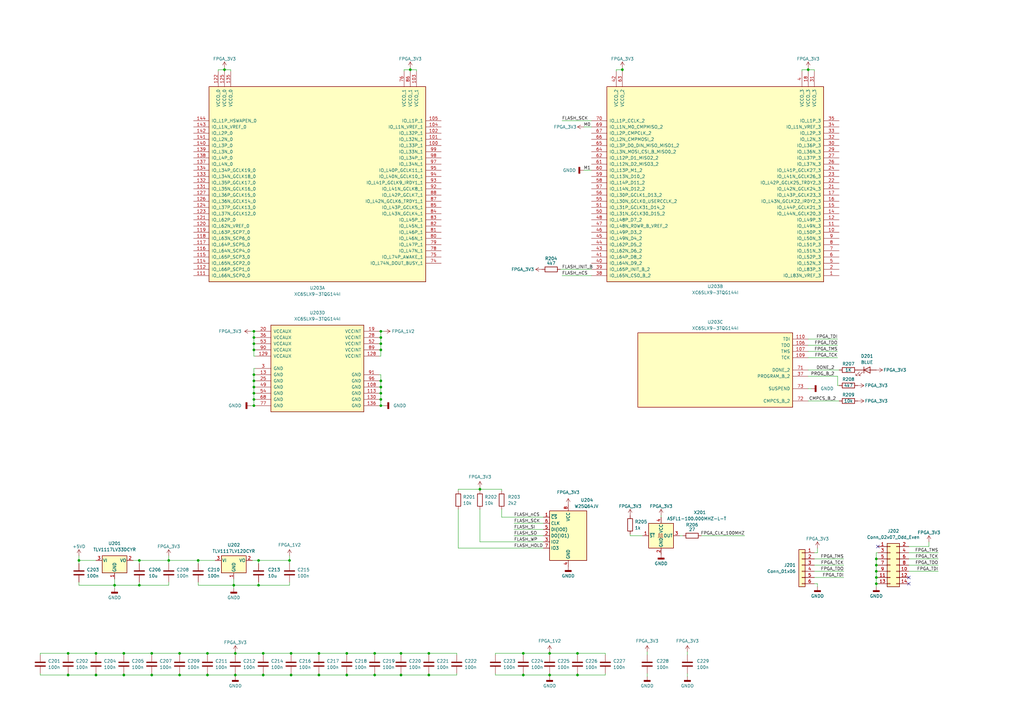
<source format=kicad_sch>
(kicad_sch (version 20230121) (generator eeschema)
  (paper "A3")
  (junction (at 156.21 156.21))
  (junction (at 104.14 143.51))
  (junction (at 153.67 276.86))
  (junction (at 73.66 267.97))
  (junction (at 156.21 161.29))
  (junction (at 95.885 240.03))
  (junction (at 236.855 267.97))
  (junction (at 255.27 28.575))
  (junction (at 196.85 200.66))
  (junction (at 119.38 267.97))
  (junction (at 359.41 234.315))
  (junction (at 107.95 267.97))
  (junction (at 164.465 267.97))
  (junction (at 359.41 239.395))
  (junction (at 50.8 276.86))
  (junction (at 104.14 166.37))
  (junction (at 225.425 267.97))
  (junction (at 27.94 276.86))
  (junction (at 236.855 276.86))
  (junction (at 69.215 229.87))
  (junction (at 50.8 267.97))
  (junction (at 107.95 276.86))
  (junction (at 57.15 240.03))
  (junction (at 359.41 236.855))
  (junction (at 130.81 267.97))
  (junction (at 175.895 276.86))
  (junction (at 39.37 267.97))
  (junction (at 156.21 138.43))
  (junction (at 39.37 276.86))
  (junction (at 96.52 276.86))
  (junction (at 142.24 267.97))
  (junction (at 225.425 276.86))
  (junction (at 62.23 267.97))
  (junction (at 214.63 267.97))
  (junction (at 359.41 231.775))
  (junction (at 130.81 276.86))
  (junction (at 104.14 158.75))
  (junction (at 142.24 276.86))
  (junction (at 104.14 135.89))
  (junction (at 156.21 143.51))
  (junction (at 104.14 163.83))
  (junction (at 119.38 276.86))
  (junction (at 359.41 229.235))
  (junction (at 85.09 276.86))
  (junction (at 104.14 156.21))
  (junction (at 57.15 229.87))
  (junction (at 85.09 267.97))
  (junction (at 156.21 166.37))
  (junction (at 168.275 28.575))
  (junction (at 156.21 140.97))
  (junction (at 73.66 276.86))
  (junction (at 156.21 135.89))
  (junction (at 156.21 163.83))
  (junction (at 62.23 276.86))
  (junction (at 104.14 140.97))
  (junction (at 104.14 138.43))
  (junction (at 175.895 267.97))
  (junction (at 164.465 276.86))
  (junction (at 104.14 161.29))
  (junction (at 104.14 153.67))
  (junction (at 156.21 158.75))
  (junction (at 27.94 267.97))
  (junction (at 106.045 229.87))
  (junction (at 106.045 240.03))
  (junction (at 32.385 229.87))
  (junction (at 153.67 267.97))
  (junction (at 92.075 28.575))
  (junction (at 214.63 276.86))
  (junction (at 46.99 240.03))
  (junction (at 118.745 229.87))
  (junction (at 81.28 229.87))
  (junction (at 96.52 267.97))
  (junction (at 331.47 28.575))
  (no_connect (at 360.045 224.155))
  (no_connect (at 372.745 239.395))
  (no_connect (at 372.745 236.855))
  (wire (pts (xy 271.145 211.455) (xy 271.145 212.09)))
  (wire (pts (xy 107.95 276.225) (xy 107.95 276.86)))
  (wire (pts (xy 331.47 164.465) (xy 344.17 164.465)))
  (wire (pts (xy 50.8 267.97) (xy 62.23 267.97)))
  (wire (pts (xy 73.66 276.86) (xy 85.09 276.86)))
  (wire (pts (xy 359.41 231.775) (xy 359.41 234.315)))
  (wire (pts (xy 156.21 153.67) (xy 155.575 153.67)))
  (wire (pts (xy 287.655 219.71) (xy 305.435 219.71)))
  (wire (pts (xy 73.66 268.605) (xy 73.66 267.97)))
  (wire (pts (xy 119.38 276.86) (xy 130.81 276.86)))
  (wire (pts (xy 156.21 158.75) (xy 156.21 156.21)))
  (wire (pts (xy 104.14 146.05) (xy 104.14 143.51)))
  (wire (pts (xy 104.14 158.75) (xy 104.775 158.75)))
  (wire (pts (xy 281.94 267.335) (xy 281.94 268.605)))
  (wire (pts (xy 164.465 268.605) (xy 164.465 267.97)))
  (wire (pts (xy 343.535 154.305) (xy 331.47 154.305)))
  (wire (pts (xy 155.575 166.37) (xy 156.21 166.37)))
  (wire (pts (xy 196.85 222.25) (xy 196.85 208.915)))
  (wire (pts (xy 335.28 239.395) (xy 335.28 240.665)))
  (wire (pts (xy 359.41 236.855) (xy 360.045 236.855)))
  (wire (pts (xy 168.275 27.94) (xy 168.275 28.575)))
  (wire (pts (xy 104.14 156.21) (xy 104.775 156.21)))
  (wire (pts (xy 96.52 267.335) (xy 96.52 267.97)))
  (wire (pts (xy 381 224.155) (xy 381 222.25)))
  (wire (pts (xy 96.52 276.86) (xy 96.52 277.495)))
  (wire (pts (xy 359.41 239.395) (xy 360.045 239.395)))
  (wire (pts (xy 106.045 229.87) (xy 106.045 231.14)))
  (wire (pts (xy 331.47 144.145) (xy 343.535 144.145)))
  (wire (pts (xy 225.425 276.225) (xy 225.425 276.86)))
  (wire (pts (xy 102.87 166.37) (xy 104.14 166.37)))
  (wire (pts (xy 225.425 267.335) (xy 225.425 267.97)))
  (wire (pts (xy 156.21 140.97) (xy 156.21 138.43)))
  (wire (pts (xy 85.09 268.605) (xy 85.09 267.97)))
  (wire (pts (xy 156.21 140.97) (xy 155.575 140.97)))
  (wire (pts (xy 130.81 276.86) (xy 142.24 276.86)))
  (wire (pts (xy 236.855 267.97) (xy 225.425 267.97)))
  (wire (pts (xy 372.745 234.315) (xy 384.81 234.315)))
  (wire (pts (xy 156.21 156.21) (xy 156.21 153.67)))
  (wire (pts (xy 168.275 28.575) (xy 170.815 28.575)))
  (wire (pts (xy 104.14 161.29) (xy 104.775 161.29)))
  (wire (pts (xy 205.74 212.09) (xy 205.74 208.915)))
  (wire (pts (xy 81.28 229.87) (xy 81.28 231.14)))
  (wire (pts (xy 229.87 110.49) (xy 242.57 110.49)))
  (wire (pts (xy 225.425 267.97) (xy 225.425 268.605)))
  (wire (pts (xy 62.23 276.225) (xy 62.23 276.86)))
  (wire (pts (xy 168.275 28.575) (xy 168.275 29.21)))
  (wire (pts (xy 104.14 143.51) (xy 104.14 140.97)))
  (wire (pts (xy 239.395 69.85) (xy 242.57 69.85)))
  (wire (pts (xy 119.38 276.225) (xy 119.38 276.86)))
  (wire (pts (xy 106.045 240.03) (xy 118.745 240.03)))
  (wire (pts (xy 331.47 28.575) (xy 331.47 29.21)))
  (wire (pts (xy 89.535 29.21) (xy 89.535 28.575)))
  (wire (pts (xy 96.52 276.225) (xy 96.52 276.86)))
  (wire (pts (xy 104.775 146.05) (xy 104.14 146.05)))
  (wire (pts (xy 359.41 234.315) (xy 360.045 234.315)))
  (wire (pts (xy 331.47 151.765) (xy 344.17 151.765)))
  (wire (pts (xy 331.47 28.575) (xy 334.01 28.575)))
  (wire (pts (xy 248.285 268.605) (xy 248.285 267.97)))
  (wire (pts (xy 360.045 226.695) (xy 359.41 226.695)))
  (wire (pts (xy 164.465 276.225) (xy 164.465 276.86)))
  (wire (pts (xy 104.14 140.97) (xy 104.775 140.97)))
  (wire (pts (xy 214.63 267.97) (xy 203.2 267.97)))
  (wire (pts (xy 242.57 49.53) (xy 230.505 49.53)))
  (wire (pts (xy 210.82 217.17) (xy 222.885 217.17)))
  (wire (pts (xy 230.505 113.03) (xy 242.57 113.03)))
  (wire (pts (xy 165.735 28.575) (xy 168.275 28.575)))
  (wire (pts (xy 62.23 276.86) (xy 73.66 276.86)))
  (wire (pts (xy 156.21 163.83) (xy 155.575 163.83)))
  (wire (pts (xy 104.14 163.83) (xy 104.14 161.29)))
  (wire (pts (xy 153.67 268.605) (xy 153.67 267.97)))
  (wire (pts (xy 331.47 141.605) (xy 343.535 141.605)))
  (wire (pts (xy 104.14 166.37) (xy 104.14 163.83)))
  (wire (pts (xy 119.38 267.97) (xy 130.81 267.97)))
  (wire (pts (xy 27.94 276.86) (xy 39.37 276.86)))
  (wire (pts (xy 372.745 224.155) (xy 381 224.155)))
  (wire (pts (xy 107.95 276.86) (xy 119.38 276.86)))
  (wire (pts (xy 50.8 268.605) (xy 50.8 267.97)))
  (wire (pts (xy 88.265 229.87) (xy 81.28 229.87)))
  (wire (pts (xy 32.385 229.87) (xy 32.385 227.965)))
  (wire (pts (xy 170.815 28.575) (xy 170.815 29.21)))
  (wire (pts (xy 95.885 240.03) (xy 81.28 240.03)))
  (wire (pts (xy 85.09 267.97) (xy 96.52 267.97)))
  (wire (pts (xy 69.215 229.87) (xy 69.215 231.14)))
  (wire (pts (xy 118.745 227.965) (xy 118.745 229.87)))
  (wire (pts (xy 130.81 268.605) (xy 130.81 267.97)))
  (wire (pts (xy 255.27 27.94) (xy 255.27 28.575)))
  (wire (pts (xy 175.895 267.97) (xy 187.325 267.97)))
  (wire (pts (xy 73.66 267.97) (xy 85.09 267.97)))
  (wire (pts (xy 343.535 158.115) (xy 344.17 158.115)))
  (wire (pts (xy 156.21 143.51) (xy 155.575 143.51)))
  (wire (pts (xy 104.14 158.75) (xy 104.14 156.21)))
  (wire (pts (xy 119.38 268.605) (xy 119.38 267.97)))
  (wire (pts (xy 104.14 153.67) (xy 104.14 151.13)))
  (wire (pts (xy 331.47 27.94) (xy 331.47 28.575)))
  (wire (pts (xy 16.51 276.86) (xy 27.94 276.86)))
  (wire (pts (xy 156.21 161.29) (xy 156.21 158.75)))
  (wire (pts (xy 104.14 161.29) (xy 104.14 158.75)))
  (wire (pts (xy 203.2 267.97) (xy 203.2 268.605)))
  (wire (pts (xy 203.2 276.225) (xy 203.2 276.86)))
  (wire (pts (xy 372.745 229.235) (xy 384.81 229.235)))
  (wire (pts (xy 104.14 138.43) (xy 104.14 135.89)))
  (wire (pts (xy 334.01 231.775) (xy 346.075 231.775)))
  (wire (pts (xy 236.855 276.225) (xy 236.855 276.86)))
  (wire (pts (xy 107.95 267.97) (xy 119.38 267.97)))
  (wire (pts (xy 205.74 212.09) (xy 222.885 212.09)))
  (wire (pts (xy 372.745 226.695) (xy 384.81 226.695)))
  (wire (pts (xy 46.99 237.49) (xy 46.99 240.03)))
  (wire (pts (xy 39.37 267.97) (xy 50.8 267.97)))
  (wire (pts (xy 175.895 276.225) (xy 175.895 276.86)))
  (wire (pts (xy 225.425 267.97) (xy 214.63 267.97)))
  (wire (pts (xy 334.01 234.315) (xy 346.075 234.315)))
  (wire (pts (xy 118.745 238.76) (xy 118.745 240.03)))
  (wire (pts (xy 334.01 229.235) (xy 346.075 229.235)))
  (wire (pts (xy 104.14 140.97) (xy 104.14 138.43)))
  (wire (pts (xy 39.37 276.225) (xy 39.37 276.86)))
  (wire (pts (xy 104.14 135.89) (xy 104.775 135.89)))
  (wire (pts (xy 69.215 238.76) (xy 69.215 240.03)))
  (wire (pts (xy 187.325 276.86) (xy 187.325 276.225)))
  (wire (pts (xy 239.395 52.07) (xy 242.57 52.07)))
  (wire (pts (xy 27.94 268.605) (xy 27.94 267.97)))
  (wire (pts (xy 32.385 240.03) (xy 32.385 238.76)))
  (wire (pts (xy 104.14 163.83) (xy 104.775 163.83)))
  (wire (pts (xy 73.66 276.225) (xy 73.66 276.86)))
  (wire (pts (xy 92.075 27.94) (xy 92.075 28.575)))
  (wire (pts (xy 95.885 237.49) (xy 95.885 240.03)))
  (wire (pts (xy 92.075 28.575) (xy 92.075 29.21)))
  (wire (pts (xy 57.15 229.87) (xy 69.215 229.87)))
  (wire (pts (xy 62.23 267.97) (xy 73.66 267.97)))
  (wire (pts (xy 372.745 231.775) (xy 384.81 231.775)))
  (wire (pts (xy 39.37 229.87) (xy 32.385 229.87)))
  (wire (pts (xy 103.505 229.87) (xy 106.045 229.87)))
  (wire (pts (xy 196.85 200.025) (xy 196.85 200.66)))
  (wire (pts (xy 157.48 135.89) (xy 156.21 135.89)))
  (wire (pts (xy 102.87 135.89) (xy 104.14 135.89)))
  (wire (pts (xy 156.21 138.43) (xy 155.575 138.43)))
  (wire (pts (xy 156.21 146.05) (xy 156.21 143.51)))
  (wire (pts (xy 210.82 214.63) (xy 222.885 214.63)))
  (wire (pts (xy 94.615 28.575) (xy 94.615 29.21)))
  (wire (pts (xy 214.63 267.97) (xy 214.63 268.605)))
  (wire (pts (xy 156.21 156.21) (xy 155.575 156.21)))
  (wire (pts (xy 57.15 238.76) (xy 57.15 240.03)))
  (wire (pts (xy 255.27 28.575) (xy 255.27 29.21)))
  (wire (pts (xy 164.465 267.97) (xy 175.895 267.97)))
  (wire (pts (xy 359.41 229.235) (xy 359.41 231.775)))
  (wire (pts (xy 334.01 236.855) (xy 346.075 236.855)))
  (wire (pts (xy 252.73 29.21) (xy 252.73 28.575)))
  (wire (pts (xy 27.94 267.97) (xy 39.37 267.97)))
  (wire (pts (xy 210.82 219.71) (xy 222.885 219.71)))
  (wire (pts (xy 225.425 276.86) (xy 236.855 276.86)))
  (wire (pts (xy 205.74 200.66) (xy 196.85 200.66)))
  (wire (pts (xy 225.425 276.86) (xy 225.425 277.495)))
  (wire (pts (xy 205.74 201.295) (xy 205.74 200.66)))
  (wire (pts (xy 156.21 161.29) (xy 155.575 161.29)))
  (wire (pts (xy 155.575 146.05) (xy 156.21 146.05)))
  (wire (pts (xy 96.52 268.605) (xy 96.52 267.97)))
  (wire (pts (xy 96.52 267.97) (xy 107.95 267.97)))
  (wire (pts (xy 95.885 240.03) (xy 95.885 241.3)))
  (wire (pts (xy 104.775 166.37) (xy 104.14 166.37)))
  (wire (pts (xy 69.215 227.965) (xy 69.215 229.87)))
  (wire (pts (xy 104.14 143.51) (xy 104.775 143.51)))
  (wire (pts (xy 265.43 267.335) (xy 265.43 268.605)))
  (wire (pts (xy 16.51 276.225) (xy 16.51 276.86)))
  (wire (pts (xy 281.94 276.225) (xy 281.94 277.495)))
  (wire (pts (xy 187.96 224.79) (xy 187.96 208.915)))
  (wire (pts (xy 118.745 229.87) (xy 118.745 231.14)))
  (wire (pts (xy 16.51 268.605) (xy 16.51 267.97)))
  (wire (pts (xy 236.855 267.97) (xy 236.855 268.605)))
  (wire (pts (xy 175.895 268.605) (xy 175.895 267.97)))
  (wire (pts (xy 46.99 240.03) (xy 57.15 240.03)))
  (wire (pts (xy 153.67 276.86) (xy 164.465 276.86)))
  (wire (pts (xy 164.465 276.86) (xy 175.895 276.86)))
  (wire (pts (xy 187.96 200.66) (xy 196.85 200.66)))
  (wire (pts (xy 156.21 166.37) (xy 156.21 163.83)))
  (wire (pts (xy 265.43 276.225) (xy 265.43 277.495)))
  (wire (pts (xy 278.765 219.71) (xy 280.035 219.71)))
  (wire (pts (xy 46.99 240.03) (xy 46.99 241.3)))
  (wire (pts (xy 85.09 276.225) (xy 85.09 276.86)))
  (wire (pts (xy 85.09 276.86) (xy 96.52 276.86)))
  (wire (pts (xy 248.285 267.97) (xy 236.855 267.97)))
  (wire (pts (xy 331.47 146.685) (xy 343.535 146.685)))
  (wire (pts (xy 187.96 224.79) (xy 222.885 224.79)))
  (wire (pts (xy 16.51 267.97) (xy 27.94 267.97)))
  (wire (pts (xy 328.93 29.21) (xy 328.93 28.575)))
  (wire (pts (xy 335.28 226.695) (xy 335.28 224.79)))
  (wire (pts (xy 106.045 229.87) (xy 118.745 229.87)))
  (wire (pts (xy 359.41 226.695) (xy 359.41 229.235)))
  (wire (pts (xy 32.385 231.14) (xy 32.385 229.87)))
  (wire (pts (xy 196.85 200.66) (xy 196.85 201.295)))
  (wire (pts (xy 130.81 267.97) (xy 142.24 267.97)))
  (wire (pts (xy 27.94 276.225) (xy 27.94 276.86)))
  (wire (pts (xy 334.01 28.575) (xy 334.01 29.21)))
  (wire (pts (xy 57.15 240.03) (xy 69.215 240.03)))
  (wire (pts (xy 203.2 276.86) (xy 214.63 276.86)))
  (wire (pts (xy 142.24 276.225) (xy 142.24 276.86)))
  (wire (pts (xy 39.37 268.605) (xy 39.37 267.97)))
  (wire (pts (xy 175.895 276.86) (xy 187.325 276.86)))
  (wire (pts (xy 252.73 28.575) (xy 255.27 28.575)))
  (wire (pts (xy 196.85 222.25) (xy 222.885 222.25)))
  (wire (pts (xy 334.01 226.695) (xy 335.28 226.695)))
  (wire (pts (xy 359.41 239.395) (xy 359.41 240.665)))
  (wire (pts (xy 359.41 229.235) (xy 360.045 229.235)))
  (wire (pts (xy 156.21 163.83) (xy 156.21 161.29)))
  (wire (pts (xy 153.67 276.225) (xy 153.67 276.86)))
  (wire (pts (xy 96.52 276.86) (xy 107.95 276.86)))
  (wire (pts (xy 69.215 229.87) (xy 81.28 229.87)))
  (wire (pts (xy 142.24 268.605) (xy 142.24 267.97)))
  (wire (pts (xy 106.045 238.76) (xy 106.045 240.03)))
  (wire (pts (xy 187.325 267.97) (xy 187.325 268.605)))
  (wire (pts (xy 142.24 276.86) (xy 153.67 276.86)))
  (wire (pts (xy 62.23 268.605) (xy 62.23 267.97)))
  (wire (pts (xy 328.93 28.575) (xy 331.47 28.575)))
  (wire (pts (xy 331.47 139.065) (xy 343.535 139.065)))
  (wire (pts (xy 359.41 236.855) (xy 359.41 239.395)))
  (wire (pts (xy 104.14 151.13) (xy 104.775 151.13)))
  (wire (pts (xy 331.47 159.385) (xy 332.74 159.385)))
  (wire (pts (xy 89.535 28.575) (xy 92.075 28.575)))
  (wire (pts (xy 104.14 153.67) (xy 104.775 153.67)))
  (wire (pts (xy 95.885 240.03) (xy 106.045 240.03)))
  (wire (pts (xy 130.81 276.225) (xy 130.81 276.86)))
  (wire (pts (xy 343.535 158.115) (xy 343.535 154.305)))
  (wire (pts (xy 214.63 276.86) (xy 225.425 276.86)))
  (wire (pts (xy 57.15 229.87) (xy 57.15 231.14)))
  (wire (pts (xy 54.61 229.87) (xy 57.15 229.87)))
  (wire (pts (xy 92.075 28.575) (xy 94.615 28.575)))
  (wire (pts (xy 157.48 166.37) (xy 156.21 166.37)))
  (wire (pts (xy 156.21 138.43) (xy 156.21 135.89)))
  (wire (pts (xy 156.21 135.89) (xy 155.575 135.89)))
  (wire (pts (xy 263.525 219.71) (xy 258.445 219.71)))
  (wire (pts (xy 187.96 201.295) (xy 187.96 200.66)))
  (wire (pts (xy 104.14 138.43) (xy 104.775 138.43)))
  (wire (pts (xy 104.14 156.21) (xy 104.14 153.67)))
  (wire (pts (xy 153.67 267.97) (xy 164.465 267.97)))
  (wire (pts (xy 236.855 276.86) (xy 248.285 276.86)))
  (wire (pts (xy 214.63 276.225) (xy 214.63 276.86)))
  (wire (pts (xy 156.21 143.51) (xy 156.21 140.97)))
  (wire (pts (xy 39.37 276.86) (xy 50.8 276.86)))
  (wire (pts (xy 248.285 276.86) (xy 248.285 276.225)))
  (wire (pts (xy 107.95 268.605) (xy 107.95 267.97)))
  (wire (pts (xy 258.445 219.71) (xy 258.445 219.075)))
  (wire (pts (xy 142.24 267.97) (xy 153.67 267.97)))
  (wire (pts (xy 46.99 240.03) (xy 32.385 240.03)))
  (wire (pts (xy 50.8 276.86) (xy 62.23 276.86)))
  (wire (pts (xy 50.8 276.225) (xy 50.8 276.86)))
  (wire (pts (xy 359.41 231.775) (xy 360.045 231.775)))
  (wire (pts (xy 359.41 234.315) (xy 359.41 236.855)))
  (wire (pts (xy 334.01 239.395) (xy 335.28 239.395)))
  (wire (pts (xy 156.21 158.75) (xy 155.575 158.75)))
  (wire (pts (xy 165.735 29.21) (xy 165.735 28.575)))
  (wire (pts (xy 81.28 240.03) (xy 81.28 238.76)))
  (label "M0" (at 239.395 52.07 0))
  (label "FPGA_TDO" (at 346.075 234.315 180))
  (label "FLASH_SCK" (at 230.505 49.53 0))
  (label "FPGA_TMS" (at 384.81 226.695 180))
  (label "FPGA_TDI" (at 346.075 236.855 180))
  (label "FLASH_INIT_B" (at 230.505 110.49 0))
  (label "FLASH_SI" (at 210.82 217.17 0))
  (label "FPGA_TDO" (at 343.535 141.605 180))
  (label "FLASH_nCS" (at 210.82 212.09 0))
  (label "FPGA_CLK_100MHZ" (at 305.435 219.71 180))
  (label "FLASH_HOLD" (at 210.82 224.79 0))
  (label "FLASH_SO" (at 210.82 219.71 0))
  (label "FPGA_TCK" (at 384.81 229.235 180))
  (label "FPGA_TMS" (at 343.535 144.145 180))
  (label "FLASH_WP" (at 210.82 222.25 0))
  (label "FPGA_TDI" (at 384.81 234.315 180))
  (label "PROG_B_2" (at 342.265 154.305 180))
  (label "FPGA_TDI" (at 343.535 139.065 180))
  (label "FPGA_TCK" (at 343.535 146.685 180))
  (label "FPGA_TMS" (at 346.075 229.235 180))
  (label "FLASH_nCS" (at 230.505 113.03 0))
  (label "DONE_2" (at 342.265 151.765 180))
  (label "M1" (at 239.395 69.85 0))
  (label "FPGA_TCK" (at 346.075 231.775 180))
  (label "CMPCS_B_2" (at 342.9 164.465 180))
  (label "FLASH_SCK" (at 210.82 214.63 0))
  (label "FPGA_TDO" (at 384.81 231.775 180))
  (symbol (lib_id "Device:C") (at 187.325 272.415 0) (unit 1)
    (property "Reference" "C222" (at 190.5 271.145 0) (effects (justify left)))
    (property "Value" "100n" (at 190.5 273.685 0) (effects (justify left)))
    (property "Footprint" "Capacitor_SMD:C_0603_1608Metric_Pad1.08x0.95mm_HandSolder" (effects hide))
    (instances (project "ETH1CFGEN1B" (path "" (reference "C222") (unit 1))) (project "ETH1CFGEN1A" (path "" (reference "C922") (unit 1))))
  )
  (symbol (lib_id "ETH1CFGEN1:FGPA_3V3") (at 331.47 27.94 0) (unit 1)
    (property "Reference" "#PWR0230" (effects hide))
    (property "Value" "FPGA_3V3" (at 331.47 24.13 0))
    (instances (project "ETH1CFGEN1B" (path "" (reference "#PWR0230") (unit 1))) (project "ETH1CFGEN1A" (path "" (reference "#PWR0930") (unit 1))))
  )
  (symbol (lib_id "Device:R") (at 347.98 164.465 90) (unit 1)
    (property "Reference" "R209" (at 347.98 161.925 90))
    (property "Value" "10k" (at 347.98 164.465 90))
    (property "Footprint" "Resistor_SMD:R_0603_1608Metric_Pad0.98x0.95mm_HandSolder" (effects hide))
    (instances (project "ETH1CFGEN1B" (path "" (reference "R209") (unit 1))) (project "ETH1CFGEN1A" (path "" (reference "R909") (unit 1))))
  )
  (symbol (lib_id "Device:C") (at 214.63 272.415 0) (unit 1)
    (property "Reference" "C224" (at 217.805 271.145 0) (effects (justify left)))
    (property "Value" "100n" (at 217.805 273.685 0) (effects (justify left)))
    (property "Footprint" "Capacitor_SMD:C_0603_1608Metric_Pad1.08x0.95mm_HandSolder" (effects hide))
    (instances (project "ETH1CFGEN1B" (path "" (reference "C224") (unit 1))) (project "ETH1CFGEN1A" (path "" (reference "C924") (unit 1))))
  )
  (symbol (lib_id "Device:R") (at 226.06 110.49 90) (unit 1)
    (property "Reference" "R204" (at 226.06 106.045 90))
    (property "Value" "4k7" (at 226.06 107.95 90))
    (property "Footprint" "Resistor_SMD:R_0603_1608Metric_Pad0.98x0.95mm_HandSolder" (effects hide))
    (instances (project "ETH1CFGEN1B" (path "" (reference "R204") (unit 1))) (project "ETH1CFGEN1A" (path "" (reference "R904") (unit 1))))
  )
  (symbol (lib_id "ETH1CFGEN1:FGPA_3V3") (at 359.41 151.765 270) (unit 1)
    (property "Reference" "#PWR0236" (effects hide))
    (property "Value" "FPGA_3V3" (at 367.03 151.765 90))
    (instances (project "ETH1CFGEN1B" (path "" (reference "#PWR0236") (unit 1))) (project "ETH1CFGEN1A" (path "" (reference "#PWR0936") (unit 1))))
  )
  (symbol (lib_id "Device:C") (at 57.15 234.95 0) (unit 1)
    (property "Reference" "C206" (at 60.96 233.68 0) (effects (justify left)))
    (property "Value" "10u" (at 60.96 236.22 0) (effects (justify left)))
    (property "Footprint" "Capacitor_SMD:C_1206_3216Metric_Pad1.33x1.80mm_HandSolder" (effects hide))
    (instances (project "ETH1CFGEN1B" (path "" (reference "C206") (unit 1))) (project "ETH1CFGEN1A" (path "" (reference "C906") (unit 1))))
  )
  (symbol (lib_id "ETH1CFGEN1:FGPA_3V3") (at 255.27 27.94 0) (unit 1)
    (property "Reference" "#PWR0222" (effects hide))
    (property "Value" "FPGA_3V3" (at 255.27 24.13 0))
    (instances (project "ETH1CFGEN1B" (path "" (reference "#PWR0222") (unit 1))) (project "ETH1CFGEN1A" (path "" (reference "#PWR0922") (unit 1))))
  )
  (symbol (lib_id "Device:C") (at 73.66 272.415 0) (unit 1)
    (property "Reference" "C209" (at 76.835 271.145 0) (effects (justify left)))
    (property "Value" "100n" (at 76.835 273.685 0) (effects (justify left)))
    (property "Footprint" "Capacitor_SMD:C_0603_1608Metric_Pad1.08x0.95mm_HandSolder" (effects hide))
    (instances (project "ETH1CFGEN1B" (path "" (reference "C209") (unit 1))) (project "ETH1CFGEN1A" (path "" (reference "C909") (unit 1))))
  )
  (symbol (lib_id "ETH1CFGEN1:FGPA_3V3") (at 351.79 164.465 270) (unit 1)
    (property "Reference" "#PWR0235" (effects hide))
    (property "Value" "FPGA_3V3" (at 359.41 164.465 90))
    (instances (project "ETH1CFGEN1B" (path "" (reference "#PWR0235") (unit 1))) (project "ETH1CFGEN1A" (path "" (reference "#PWR0935") (unit 1))))
  )
  (symbol (lib_id "power:GNDD") (at 95.885 241.3 0) (unit 1)
    (property "Reference" "#PWR0205" (effects hide))
    (property "Value" "GNDD" (at 95.885 245.11 0))
    (instances (project "ETH1CFGEN1B" (path "" (reference "#PWR0205") (unit 1))) (project "ETH1CFGEN1A" (path "" (reference "#PWR0905") (unit 1))))
  )
  (symbol (lib_id "ETH1CFGEN1:FGPA_3V3") (at 239.395 52.07 90) (unit 1)
    (property "Reference" "#PWR0220" (effects hide))
    (property "Value" "FPGA_3V3" (at 231.775 52.07 90))
    (instances (project "ETH1CFGEN1B" (path "" (reference "#PWR0220") (unit 1))) (project "ETH1CFGEN1A" (path "" (reference "#PWR0920") (unit 1))))
  )
  (symbol (lib_id "Device:LED") (at 355.6 151.765 0) (unit 1)
    (property "Reference" "D201" (at 355.6 146.05 0))
    (property "Value" "BLUE" (at 355.6 148.59 0))
    (property "Footprint" "LED_SMD:LED_0603_1608Metric_Pad1.05x0.95mm_HandSolder" (effects hide))
    (instances (project "ETH1CFGEN1B" (path "" (reference "D201") (unit 1))) (project "ETH1CFGEN1A" (path "" (reference "D901") (unit 1))))
  )
  (symbol (lib_id "Memory_Flash:W25Q32JVSS") (at 233.045 219.71 0) (unit 1)
    (property "Reference" "U204" (at 238.125 205.105 0) (effects (justify left)))
    (property "Value" "W25Q64JV" (at 235.585 207.645 0) (effects (justify left)))
    (property "Footprint" "Package_SO:SOIC-8_5.23x5.23mm_P1.27mm" (effects hide))
    (property "Datasheet" "http://www.winbond.com/resource-files/w25q32jv%20revg%2003272018%20plus.pdf" (effects hide))
    (instances (project "ETH1CFGEN1B" (path "" (reference "U204") (unit 1))) (project "ETH1CFGEN1A" (path "" (reference "U904") (unit 1))))
  )
  (symbol (lib_id "Device:C") (at 164.465 272.415 0) (unit 1)
    (property "Reference" "C220" (at 167.64 271.145 0) (effects (justify left)))
    (property "Value" "100n" (at 167.64 273.685 0) (effects (justify left)))
    (property "Footprint" "Capacitor_SMD:C_0603_1608Metric_Pad1.08x0.95mm_HandSolder" (effects hide))
    (instances (project "ETH1CFGEN1B" (path "" (reference "C220") (unit 1))) (project "ETH1CFGEN1A" (path "" (reference "C920") (unit 1))))
  )
  (symbol (lib_id "Device:C") (at 85.09 272.415 0) (unit 1)
    (property "Reference" "C211" (at 88.265 271.145 0) (effects (justify left)))
    (property "Value" "100n" (at 88.265 273.685 0) (effects (justify left)))
    (property "Footprint" "Capacitor_SMD:C_0603_1608Metric_Pad1.08x0.95mm_HandSolder" (effects hide))
    (instances (project "ETH1CFGEN1B" (path "" (reference "C211") (unit 1))) (project "ETH1CFGEN1A" (path "" (reference "C911") (unit 1))))
  )
  (symbol (lib_id "power:GNDD") (at 281.94 277.495 0) (unit 1)
    (property "Reference" "#PWR0229" (effects hide))
    (property "Value" "GNDD" (at 281.94 281.305 0))
    (instances (project "ETH1CFGEN1B" (path "" (reference "#PWR0229") (unit 1))) (project "ETH1CFGEN1A" (path "" (reference "#PWR0929") (unit 1))))
  )
  (symbol (lib_id "Connector_Generic:Conn_01x06") (at 328.93 231.775 0) (mirror y) (unit 1)
    (property "Reference" "J201" (at 326.39 231.775 0) (effects (justify left)))
    (property "Value" "Conn_01x06" (at 326.39 234.315 0) (effects (justify left)))
    (property "Footprint" "Connector_PinHeader_2.54mm:PinHeader_1x06_P2.54mm_Vertical" (effects hide))
    (instances (project "ETH1CFGEN1B" (path "" (reference "J201") (unit 1))) (project "ETH1CFGEN1A" (path "" (reference "J901") (unit 1))))
  )
  (symbol (lib_id "Device:C") (at 118.745 234.95 0) (unit 1)
    (property "Reference" "C215" (at 121.92 233.68 0) (effects (justify left)))
    (property "Value" "100n" (at 121.92 236.22 0) (effects (justify left)))
    (property "Footprint" "Capacitor_SMD:C_0603_1608Metric_Pad1.08x0.95mm_HandSolder" (effects hide))
    (instances (project "ETH1CFGEN1B" (path "" (reference "C215") (unit 1))) (project "ETH1CFGEN1A" (path "" (reference "C915") (unit 1))))
  )
  (symbol (lib_id "Device:R") (at 347.98 158.115 90) (unit 1)
    (property "Reference" "R208" (at 347.98 155.575 90))
    (property "Value" "4k7" (at 347.98 158.115 90))
    (property "Footprint" "Resistor_SMD:R_0603_1608Metric_Pad0.98x0.95mm_HandSolder" (effects hide))
    (instances (project "ETH1CFGEN1B" (path "" (reference "R208") (unit 1))) (project "ETH1CFGEN1A" (path "" (reference "R908") (unit 1))))
  )
  (symbol (lib_id "Device:C") (at 32.385 234.95 0) (unit 1)
    (property "Reference" "C203" (at 35.56 233.68 0) (effects (justify left)))
    (property "Value" "100n" (at 35.56 236.22 0) (effects (justify left)))
    (property "Footprint" "Capacitor_SMD:C_0603_1608Metric_Pad1.08x0.95mm_HandSolder" (effects hide))
    (instances (project "ETH1CFGEN1B" (path "" (reference "C203") (unit 1))) (project "ETH1CFGEN1A" (path "" (reference "C903") (unit 1))))
  )
  (symbol (lib_id "ETH1CFGEN1:FGPA_3V3") (at 96.52 267.335 0) (unit 1)
    (property "Reference" "#PWR0206" (effects hide))
    (property "Value" "FPGA_3V3" (at 96.52 263.525 0))
    (instances (project "ETH1CFGEN1B" (path "" (reference "#PWR0206") (unit 1))) (project "ETH1CFGEN1A" (path "" (reference "#PWR0906") (unit 1))))
  )
  (symbol (lib_id "Device:R") (at 187.96 205.105 0) (unit 1)
    (property "Reference" "R201" (at 189.865 203.835 0) (effects (justify left)))
    (property "Value" "10k" (at 189.865 206.375 0) (effects (justify left)))
    (property "Footprint" "Resistor_SMD:R_0603_1608Metric_Pad0.98x0.95mm_HandSolder" (effects hide))
    (instances (project "ETH1CFGEN1B" (path "" (reference "R201") (unit 1))) (project "ETH1CFGEN1A" (path "" (reference "R901") (unit 1))))
  )
  (symbol (lib_id "FPGA_Xilinx_Spartan6:XC6SLX9-TQG144") (at 130.175 72.39 0) (unit 1)
    (property "Reference" "U203" (at 130.175 118.11 0))
    (property "Value" "XC6SLX9-3TQG144I" (at 130.175 120.65 0))
    (property "Footprint" "ETH1CFGEN1:TQFP-144_20x20mm_P0.5mm" (effects hide))
    (instances (project "ETH1CFGEN1B" (path "" (reference "U203") (unit 1))) (project "ETH1CFGEN1A" (path "" (reference "U903") (unit 1))))
  )
  (symbol (lib_id "power:GNDD") (at 46.99 241.3 0) (unit 1)
    (property "Reference" "#PWR0202" (effects hide))
    (property "Value" "GNDD" (at 46.99 245.11 0))
    (instances (project "ETH1CFGEN1B" (path "" (reference "#PWR0202") (unit 1))) (project "ETH1CFGEN1A" (path "" (reference "#PWR0902") (unit 1))))
  )
  (symbol (lib_id "Device:C") (at 248.285 272.415 0) (unit 1)
    (property "Reference" "C227" (at 251.46 271.145 0) (effects (justify left)))
    (property "Value" "100n" (at 251.46 273.685 0) (effects (justify left)))
    (property "Footprint" "Capacitor_SMD:C_0603_1608Metric_Pad1.08x0.95mm_HandSolder" (effects hide))
    (instances (project "ETH1CFGEN1B" (path "" (reference "C227") (unit 1))) (project "ETH1CFGEN1A" (path "" (reference "C927") (unit 1))))
  )
  (symbol (lib_id "ETH1CFGEN1:FPGA_1V2") (at 225.425 267.335 0) (unit 1)
    (property "Reference" "#PWR0216" (effects hide))
    (property "Value" "FPGA_1V2" (at 225.425 262.89 0))
    (instances (project "ETH1CFGEN1B" (path "" (reference "#PWR0216") (unit 1))) (project "ETH1CFGEN1A" (path "" (reference "#PWR0916") (unit 1))))
  )
  (symbol (lib_id "power:GNDD") (at 239.395 69.85 270) (mirror x) (unit 1)
    (property "Reference" "#PWR0221" (effects hide))
    (property "Value" "GNDD" (at 236.22 69.85 90) (effects (justify right)))
    (instances (project "ETH1CFGEN1B" (path "" (reference "#PWR0221") (unit 1))) (project "ETH1CFGEN1A" (path "" (reference "#PWR0921") (unit 1))))
  )
  (symbol (lib_id "Device:C") (at 39.37 272.415 0) (unit 1)
    (property "Reference" "C204" (at 42.545 271.145 0) (effects (justify left)))
    (property "Value" "100n" (at 42.545 273.685 0) (effects (justify left)))
    (property "Footprint" "Capacitor_SMD:C_0603_1608Metric_Pad1.08x0.95mm_HandSolder" (effects hide))
    (instances (project "ETH1CFGEN1B" (path "" (reference "C204") (unit 1))) (project "ETH1CFGEN1A" (path "" (reference "C904") (unit 1))))
  )
  (symbol (lib_id "Device:C") (at 203.2 272.415 0) (unit 1)
    (property "Reference" "C223" (at 206.375 271.145 0) (effects (justify left)))
    (property "Value" "100n" (at 206.375 273.685 0) (effects (justify left)))
    (property "Footprint" "Capacitor_SMD:C_0603_1608Metric_Pad1.08x0.95mm_HandSolder" (effects hide))
    (instances (project "ETH1CFGEN1B" (path "" (reference "C223") (unit 1))) (project "ETH1CFGEN1A" (path "" (reference "C923") (unit 1))))
  )
  (symbol (lib_id "Device:R") (at 205.74 205.105 0) (unit 1)
    (property "Reference" "R203" (at 208.28 203.835 0) (effects (justify left)))
    (property "Value" "2k2" (at 208.28 206.375 0) (effects (justify left)))
    (property "Footprint" "Resistor_SMD:R_0603_1608Metric_Pad0.98x0.95mm_HandSolder" (effects hide))
    (instances (project "ETH1CFGEN1B" (path "" (reference "R203") (unit 1))) (project "ETH1CFGEN1A" (path "" (reference "R903") (unit 1))))
  )
  (symbol (lib_id "power:GNDD") (at 102.87 166.37 270) (unit 1)
    (property "Reference" "#PWR0209" (effects hide))
    (property "Value" "GNDD" (at 99.06 166.37 90) (effects (justify right)))
    (instances (project "ETH1CFGEN1B" (path "" (reference "#PWR0209") (unit 1))) (project "ETH1CFGEN1A" (path "" (reference "#PWR0909") (unit 1))))
  )
  (symbol (lib_id "Connector_Generic:Conn_02x07_Odd_Even") (at 365.125 231.775 0) (unit 1)
    (property "Reference" "J202" (at 366.395 217.805 0))
    (property "Value" "Conn_02x07_Odd_Even" (at 366.395 220.345 0))
    (instances (project "ETH1CFGEN1B" (path "" (reference "J202") (unit 1))) (project "ETH1CFGEN1A" (path "" (reference "J902") (unit 1))))
  )
  (symbol (lib_id "Device:C") (at 50.8 272.415 0) (unit 1)
    (property "Reference" "C205" (at 53.975 271.145 0) (effects (justify left)))
    (property "Value" "100n" (at 53.975 273.685 0) (effects (justify left)))
    (property "Footprint" "Capacitor_SMD:C_0603_1608Metric_Pad1.08x0.95mm_HandSolder" (effects hide))
    (instances (project "ETH1CFGEN1B" (path "" (reference "C205") (unit 1))) (project "ETH1CFGEN1A" (path "" (reference "C905") (unit 1))))
  )
  (symbol (lib_id "ETH1CFGEN1:FGPA_3V3") (at 102.87 135.89 90) (unit 1)
    (property "Reference" "#PWR0208" (effects hide))
    (property "Value" "FPGA_3V3" (at 99.06 135.89 90) (effects (justify left)))
    (instances (project "ETH1CFGEN1B" (path "" (reference "#PWR0208") (unit 1))) (project "ETH1CFGEN1A" (path "" (reference "#PWR0908") (unit 1))))
  )
  (symbol (lib_id "Regulator_Linear:TLV1117-15") (at 46.99 229.87 0) (unit 1)
    (property "Reference" "U201" (at 46.99 222.885 0))
    (property "Value" "TLV1117LV33DCYR" (at 46.99 225.425 0))
    (property "Footprint" "Package_TO_SOT_SMD:SOT-223-3_TabPin2" (effects hide))
    (property "Datasheet" "http://www.ti.com/lit/ds/symlink/tlv1117.pdf" (effects hide))
    (instances (project "ETH1CFGEN1B" (path "" (reference "U201") (unit 1))) (project "ETH1CFGEN1A" (path "" (reference "U?") (unit 1)) (path "" (reference "U901") (unit 1))))
  )
  (symbol (lib_id "ETH1CFGEN1:FGPA_3V3") (at 69.215 227.965 0) (unit 1)
    (property "Reference" "#PWR0203" (effects hide))
    (property "Value" "FPGA_3V3" (at 69.215 224.155 0))
    (instances (project "ETH1CFGEN1B" (path "" (reference "#PWR0203") (unit 1))) (project "ETH1CFGEN1A" (path "" (reference "#PWR0903") (unit 1))))
  )
  (symbol (lib_id "Device:C") (at 153.67 272.415 0) (unit 1)
    (property "Reference" "C219" (at 156.845 271.145 0) (effects (justify left)))
    (property "Value" "100n" (at 156.845 273.685 0) (effects (justify left)))
    (property "Footprint" "Capacitor_SMD:C_0603_1608Metric_Pad1.08x0.95mm_HandSolder" (effects hide))
    (instances (project "ETH1CFGEN1B" (path "" (reference "C219") (unit 1))) (project "ETH1CFGEN1A" (path "" (reference "C919") (unit 1))))
  )
  (symbol (lib_id "ETH1CFGEN1:FGPA_3V3") (at 168.275 27.94 0) (unit 1)
    (property "Reference" "#PWR0213" (effects hide))
    (property "Value" "FPGA_3V3" (at 168.275 24.13 0))
    (instances (project "ETH1CFGEN1B" (path "" (reference "#PWR0213") (unit 1))) (project "ETH1CFGEN1A" (path "" (reference "#PWR0913") (unit 1))))
  )
  (symbol (lib_id "Device:C") (at 130.81 272.415 0) (unit 1)
    (property "Reference" "C217" (at 133.985 271.145 0) (effects (justify left)))
    (property "Value" "100n" (at 133.985 273.685 0) (effects (justify left)))
    (property "Footprint" "Capacitor_SMD:C_0603_1608Metric_Pad1.08x0.95mm_HandSolder" (effects hide))
    (instances (project "ETH1CFGEN1B" (path "" (reference "C217") (unit 1))) (project "ETH1CFGEN1A" (path "" (reference "C917") (unit 1))))
  )
  (symbol (lib_id "ETH1CFGEN1:FGPA_3V3") (at 265.43 267.335 0) (unit 1)
    (property "Reference" "#PWR0224" (effects hide))
    (property "Value" "FPGA_3V3" (at 265.43 262.89 0))
    (instances (project "ETH1CFGEN1B" (path "" (reference "#PWR0224") (unit 1))) (project "ETH1CFGEN1A" (path "" (reference "#PWR0924") (unit 1))))
  )
  (symbol (lib_id "ETH1CFGEN1:FPGA_1V2") (at 157.48 135.89 270) (unit 1)
    (property "Reference" "#PWR0211" (effects hide))
    (property "Value" "FPGA_1V2" (at 160.655 135.89 90) (effects (justify left)))
    (instances (project "ETH1CFGEN1B" (path "" (reference "#PWR0211") (unit 1))) (project "ETH1CFGEN1A" (path "" (reference "#PWR0911") (unit 1))))
  )
  (symbol (lib_id "power:GNDD") (at 225.425 277.495 0) (unit 1)
    (property "Reference" "#PWR0217" (effects hide))
    (property "Value" "GNDD" (at 225.425 281.305 0))
    (instances (project "ETH1CFGEN1B" (path "" (reference "#PWR0217") (unit 1))) (project "ETH1CFGEN1A" (path "" (reference "#PWR0917") (unit 1))))
  )
  (symbol (lib_id "Oscillator:SG-5032CBN") (at 271.145 219.71 0) (unit 1)
    (property "Reference" "X201" (at 287.02 210.185 0))
    (property "Value" "ASFL1-100.000MHZ-L-T" (at 285.75 212.725 0))
    (property "Datasheet" "https://support.epson.biz/td/api/doc_check.php?dl=brief_SG5032CBN&lang=en" (effects hide))
    (instances (project "ETH1CFGEN1B" (path "" (reference "X201") (unit 1))) (project "ETH1CFGEN1A" (path "" (reference "X901") (unit 1))))
  )
  (symbol (lib_id "ETH1CFGEN1:FGPA_3V3") (at 92.075 27.94 0) (unit 1)
    (property "Reference" "#PWR0204" (effects hide))
    (property "Value" "FPGA_3V3" (at 92.075 24.13 0))
    (instances (project "ETH1CFGEN1B" (path "" (reference "#PWR0204") (unit 1))) (project "ETH1CFGEN1A" (path "" (reference "#PWR0904") (unit 1))))
  )
  (symbol (lib_id "Device:C") (at 225.425 272.415 0) (unit 1)
    (property "Reference" "C225" (at 228.6 271.145 0) (effects (justify left)))
    (property "Value" "100n" (at 228.6 273.685 0) (effects (justify left)))
    (property "Footprint" "Capacitor_SMD:C_0603_1608Metric_Pad1.08x0.95mm_HandSolder" (effects hide))
    (instances (project "ETH1CFGEN1B" (path "" (reference "C225") (unit 1))) (project "ETH1CFGEN1A" (path "" (reference "C925") (unit 1))))
  )
  (symbol (lib_id "power:+5VD") (at 32.385 227.965 0) (unit 1)
    (property "Reference" "#PWR0201" (effects hide))
    (property "Value" "+5VD" (at 32.385 224.155 0))
    (instances (project "ETH1CFGEN1B" (path "" (reference "#PWR0201") (unit 1))) (project "ETH1CFGEN1A" (path "" (reference "#PWR0901") (unit 1))))
  )
  (symbol (lib_id "power:GNDD") (at 271.145 227.33 0) (unit 1)
    (property "Reference" "#PWR0227" (effects hide))
    (property "Value" "GNDD" (at 271.145 231.14 0))
    (instances (project "ETH1CFGEN1B" (path "" (reference "#PWR0227") (unit 1))) (project "ETH1CFGEN1A" (path "" (reference "#PWR0927") (unit 1))))
  )
  (symbol (lib_id "ETH1CFGEN1:FGPA_3V3") (at 351.79 158.115 270) (unit 1)
    (property "Reference" "#PWR0234" (effects hide))
    (property "Value" "FPGA_3V3" (at 359.41 158.115 90))
    (instances (project "ETH1CFGEN1B" (path "" (reference "#PWR0234") (unit 1))) (project "ETH1CFGEN1A" (path "" (reference "#PWR0934") (unit 1))))
  )
  (symbol (lib_id "Device:C") (at 81.28 234.95 0) (unit 1)
    (property "Reference" "C210" (at 85.09 233.68 0) (effects (justify left)))
    (property "Value" "100n" (at 85.09 236.22 0) (effects (justify left)))
    (property "Footprint" "Capacitor_SMD:C_0603_1608Metric_Pad1.08x0.95mm_HandSolder" (effects hide))
    (instances (project "ETH1CFGEN1B" (path "" (reference "C210") (unit 1))) (project "ETH1CFGEN1A" (path "" (reference "C910") (unit 1))))
  )
  (symbol (lib_id "Regulator_Linear:TLV1117-15") (at 95.885 229.87 0) (unit 1)
    (property "Reference" "U202" (at 95.885 223.52 0))
    (property "Value" "TLV1117LV12DCYR" (at 95.885 226.06 0))
    (property "Footprint" "Package_TO_SOT_SMD:SOT-223-3_TabPin2" (effects hide))
    (property "Datasheet" "http://www.ti.com/lit/ds/symlink/tlv1117.pdf" (effects hide))
    (instances (project "ETH1CFGEN1B" (path "" (reference "U202") (unit 1))) (project "ETH1CFGEN1A" (path "" (reference "U?") (unit 1)) (path "" (reference "U902") (unit 1))))
  )
  (symbol (lib_id "Device:R") (at 347.98 151.765 90) (unit 1)
    (property "Reference" "R207" (at 347.98 149.225 90))
    (property "Value" "1K" (at 347.98 151.765 90))
    (property "Footprint" "Resistor_SMD:R_0603_1608Metric_Pad0.98x0.95mm_HandSolder" (effects hide))
    (instances (project "ETH1CFGEN1B" (path "" (reference "R207") (unit 1))) (project "ETH1CFGEN1A" (path "" (reference "R907") (unit 1))))
  )
  (symbol (lib_id "power:GNDD") (at 335.28 240.665 0) (unit 1)
    (property "Reference" "#PWR0233" (effects hide))
    (property "Value" "GNDD" (at 335.28 244.475 0))
    (instances (project "ETH1CFGEN1B" (path "" (reference "#PWR0233") (unit 1))) (project "ETH1CFGEN1A" (path "" (reference "#PWR0933") (unit 1))))
  )
  (symbol (lib_id "Device:C") (at 27.94 272.415 0) (unit 1)
    (property "Reference" "C202" (at 31.115 271.145 0) (effects (justify left)))
    (property "Value" "100n" (at 31.115 273.685 0) (effects (justify left)))
    (property "Footprint" "Capacitor_SMD:C_0603_1608Metric_Pad1.08x0.95mm_HandSolder" (effects hide))
    (instances (project "ETH1CFGEN1B" (path "" (reference "C202") (unit 1))) (project "ETH1CFGEN1A" (path "" (reference "C902") (unit 1))))
  )
  (symbol (lib_id "Device:C") (at 236.855 272.415 0) (unit 1)
    (property "Reference" "C226" (at 240.03 271.145 0) (effects (justify left)))
    (property "Value" "100n" (at 240.03 273.685 0) (effects (justify left)))
    (property "Footprint" "Capacitor_SMD:C_0603_1608Metric_Pad1.08x0.95mm_HandSolder" (effects hide))
    (instances (project "ETH1CFGEN1B" (path "" (reference "C226") (unit 1))) (project "ETH1CFGEN1A" (path "" (reference "C926") (unit 1))))
  )
  (symbol (lib_id "Device:C") (at 142.24 272.415 0) (unit 1)
    (property "Reference" "C218" (at 145.415 271.145 0) (effects (justify left)))
    (property "Value" "100n" (at 145.415 273.685 0) (effects (justify left)))
    (property "Footprint" "Capacitor_SMD:C_0603_1608Metric_Pad1.08x0.95mm_HandSolder" (effects hide))
    (instances (project "ETH1CFGEN1B" (path "" (reference "C218") (unit 1))) (project "ETH1CFGEN1A" (path "" (reference "C918") (unit 1))))
  )
  (symbol (lib_id "power:GNDD") (at 96.52 277.495 0) (unit 1)
    (property "Reference" "#PWR0207" (effects hide))
    (property "Value" "GNDD" (at 96.52 281.305 0))
    (instances (project "ETH1CFGEN1B" (path "" (reference "#PWR0207") (unit 1))) (project "ETH1CFGEN1A" (path "" (reference "#PWR0907") (unit 1))))
  )
  (symbol (lib_id "ETH1CFGEN1:FGPA_3V3") (at 271.145 211.455 0) (unit 1)
    (property "Reference" "#PWR0226" (effects hide))
    (property "Value" "FPGA_3V3" (at 271.145 207.645 0))
    (instances (project "ETH1CFGEN1B" (path "" (reference "#PWR0226") (unit 1))) (project "ETH1CFGEN1A" (path "" (reference "#PWR0926") (unit 1))))
  )
  (symbol (lib_id "ETH1CFGEN1:FGPA_3V3") (at 281.94 267.335 0) (unit 1)
    (property "Reference" "#PWR0228" (effects hide))
    (property "Value" "FPGA_3V3" (at 281.94 262.89 0))
    (instances (project "ETH1CFGEN1B" (path "" (reference "#PWR0228") (unit 1))) (project "ETH1CFGEN1A" (path "" (reference "#PWR0928") (unit 1))))
  )
  (symbol (lib_id "ETH1CFGEN1:FPGA_1V2") (at 118.745 227.965 0) (unit 1)
    (property "Reference" "#PWR0210" (effects hide))
    (property "Value" "FPGA_1V2" (at 118.745 223.52 0))
    (instances (project "ETH1CFGEN1B" (path "" (reference "#PWR0210") (unit 1))) (project "ETH1CFGEN1A" (path "" (reference "#PWR0910") (unit 1))))
  )
  (symbol (lib_id "Device:C") (at 106.045 234.95 0) (unit 1)
    (property "Reference" "C213" (at 109.855 233.68 0) (effects (justify left)))
    (property "Value" "10u" (at 109.855 236.22 0) (effects (justify left)))
    (property "Footprint" "Capacitor_SMD:C_1206_3216Metric_Pad1.33x1.80mm_HandSolder" (effects hide))
    (instances (project "ETH1CFGEN1B" (path "" (reference "C213") (unit 1))) (project "ETH1CFGEN1A" (path "" (reference "C913") (unit 1))))
  )
  (symbol (lib_id "power:GNDD") (at 233.045 232.41 0) (unit 1)
    (property "Reference" "#PWR0219" (effects hide))
    (property "Value" "GNDD" (at 233.045 236.22 0))
    (instances (project "ETH1CFGEN1B" (path "" (reference "#PWR0219") (unit 1))) (project "ETH1CFGEN1A" (path "" (reference "#PWR0919") (unit 1))))
  )
  (symbol (lib_id "ETH1CFGEN1:FGPA_3V3") (at 222.25 110.49 90) (unit 1)
    (property "Reference" "#PWR0215" (effects hide))
    (property "Value" "FPGA_3V3" (at 219.075 110.49 90) (effects (justify left)))
    (instances (project "ETH1CFGEN1B" (path "" (reference "#PWR0215") (unit 1))) (project "ETH1CFGEN1A" (path "" (reference "#PWR0915") (unit 1))))
  )
  (symbol (lib_id "Device:C") (at 281.94 272.415 0) (unit 1)
    (property "Reference" "C229" (at 285.75 271.145 0) (effects (justify left)))
    (property "Value" "100n" (at 285.75 273.685 0) (effects (justify left)))
    (property "Footprint" "Capacitor_SMD:C_0603_1608Metric_Pad1.08x0.95mm_HandSolder" (effects hide))
    (instances (project "ETH1CFGEN1B" (path "" (reference "C229") (unit 1))) (project "ETH1CFGEN1A" (path "" (reference "C929") (unit 1))))
  )
  (symbol (lib_id "ETH1CFGEN1:FGPA_3V3") (at 335.28 224.79 0) (unit 1)
    (property "Reference" "#PWR0232" (effects hide))
    (property "Value" "FPGA_3V3" (at 335.28 220.98 0))
    (instances (project "ETH1CFGEN1B" (path "" (reference "#PWR0232") (unit 1))) (project "ETH1CFGEN1A" (path "" (reference "#PWR0932") (unit 1))))
  )
  (symbol (lib_id "power:GNDD") (at 359.41 240.665 0) (unit 1)
    (property "Reference" "#PWR0237" (effects hide))
    (property "Value" "GNDD" (at 359.41 244.475 0))
    (instances (project "ETH1CFGEN1B" (path "" (reference "#PWR0237") (unit 1))) (project "ETH1CFGEN1A" (path "" (reference "#PWR0937") (unit 1))))
  )
  (symbol (lib_id "Device:C") (at 265.43 272.415 0) (unit 1)
    (property "Reference" "C228" (at 269.24 271.145 0) (effects (justify left)))
    (property "Value" "100n" (at 269.24 273.685 0) (effects (justify left)))
    (property "Footprint" "Capacitor_SMD:C_0603_1608Metric_Pad1.08x0.95mm_HandSolder" (effects hide))
    (instances (project "ETH1CFGEN1B" (path "" (reference "C228") (unit 1))) (project "ETH1CFGEN1A" (path "" (reference "C928") (unit 1))))
  )
  (symbol (lib_id "Device:C") (at 96.52 272.415 0) (unit 1)
    (property "Reference" "C212" (at 99.695 271.145 0) (effects (justify left)))
    (property "Value" "100n" (at 99.695 273.685 0) (effects (justify left)))
    (property "Footprint" "Capacitor_SMD:C_0603_1608Metric_Pad1.08x0.95mm_HandSolder" (effects hide))
    (instances (project "ETH1CFGEN1B" (path "" (reference "C212") (unit 1))) (project "ETH1CFGEN1A" (path "" (reference "C912") (unit 1))))
  )
  (symbol (lib_id "Device:C") (at 107.95 272.415 0) (unit 1)
    (property "Reference" "C214" (at 111.125 271.145 0) (effects (justify left)))
    (property "Value" "100n" (at 111.125 273.685 0) (effects (justify left)))
    (property "Footprint" "Capacitor_SMD:C_0603_1608Metric_Pad1.08x0.95mm_HandSolder" (effects hide))
    (instances (project "ETH1CFGEN1B" (path "" (reference "C214") (unit 1))) (project "ETH1CFGEN1A" (path "" (reference "C914") (unit 1))))
  )
  (symbol (lib_id "power:GNDD") (at 265.43 277.495 0) (unit 1)
    (property "Reference" "#PWR0225" (effects hide))
    (property "Value" "GNDD" (at 265.43 281.305 0))
    (instances (project "ETH1CFGEN1B" (path "" (reference "#PWR0225") (unit 1))) (project "ETH1CFGEN1A" (path "" (reference "#PWR0925") (unit 1))))
  )
  (symbol (lib_id "ETH1CFGEN1:FGPA_3V3") (at 233.045 207.01 0) (unit 1)
    (property "Reference" "#PWR0218" (effects hide))
    (property "Value" "FPGA_3V3" (at 233.045 201.93 0))
    (instances (project "ETH1CFGEN1B" (path "" (reference "#PWR0218") (unit 1))) (project "ETH1CFGEN1A" (path "" (reference "#PWR0918") (unit 1))))
  )
  (symbol (lib_id "Device:C") (at 62.23 272.415 0) (unit 1)
    (property "Reference" "C207" (at 65.405 271.145 0) (effects (justify left)))
    (property "Value" "100n" (at 65.405 273.685 0) (effects (justify left)))
    (property "Footprint" "Capacitor_SMD:C_0603_1608Metric_Pad1.08x0.95mm_HandSolder" (effects hide))
    (instances (project "ETH1CFGEN1B" (path "" (reference "C207") (unit 1))) (project "ETH1CFGEN1A" (path "" (reference "C907") (unit 1))))
  )
  (symbol (lib_id "Device:C") (at 119.38 272.415 0) (unit 1)
    (property "Reference" "C216" (at 122.555 271.145 0) (effects (justify left)))
    (property "Value" "100n" (at 122.555 273.685 0) (effects (justify left)))
    (property "Footprint" "Capacitor_SMD:C_0603_1608Metric_Pad1.08x0.95mm_HandSolder" (effects hide))
    (instances (project "ETH1CFGEN1B" (path "" (reference "C216") (unit 1))) (project "ETH1CFGEN1A" (path "" (reference "C916") (unit 1))))
  )
  (symbol (lib_id "ETH1CFGEN1:FGPA_3V3") (at 258.445 211.455 0) (unit 1)
    (property "Reference" "#PWR0223" (effects hide))
    (property "Value" "FPGA_3V3" (at 258.445 207.645 0))
    (instances (project "ETH1CFGEN1B" (path "" (reference "#PWR0223") (unit 1))) (project "ETH1CFGEN1A" (path "" (reference "#PWR0923") (unit 1))))
  )
  (symbol (lib_id "Device:C") (at 69.215 234.95 0) (unit 1)
    (property "Reference" "C208" (at 72.39 233.68 0) (effects (justify left)))
    (property "Value" "100n" (at 72.39 236.22 0) (effects (justify left)))
    (property "Footprint" "Capacitor_SMD:C_0603_1608Metric_Pad1.08x0.95mm_HandSolder" (effects hide))
    (instances (project "ETH1CFGEN1B" (path "" (reference "C208") (unit 1))) (project "ETH1CFGEN1A" (path "" (reference "C908") (unit 1))))
  )
  (symbol (lib_id "FPGA_Xilinx_Spartan6:XC6SLX9-TQG144") (at 293.37 72.39 0) (unit 2)
    (property "Reference" "U203" (at 293.37 117.475 0))
    (property "Value" "XC6SLX9-3TQG144I" (at 293.37 120.015 0))
    (property "Footprint" "ETH1CFGEN1:TQFP-144_20x20mm_P0.5mm" (effects hide))
    (instances (project "ETH1CFGEN1B" (path "" (reference "U203") (unit 2))) (project "ETH1CFGEN1A" (path "" (reference "U903") (unit 2))))
  )
  (symbol (lib_id "ETH1CFGEN1:FGPA_3V3") (at 196.85 200.025 0) (unit 1)
    (property "Reference" "#PWR0214" (effects hide))
    (property "Value" "FPGA_3V3" (at 196.85 195.58 0))
    (instances (project "ETH1CFGEN1B" (path "" (reference "#PWR0214") (unit 1))) (project "ETH1CFGEN1A" (path "" (reference "#PWR0914") (unit 1))))
  )
  (symbol (lib_id "Device:R") (at 258.445 215.265 0) (unit 1)
    (property "Reference" "R205" (at 260.35 213.995 0) (effects (justify left)))
    (property "Value" "1k" (at 260.35 216.535 0) (effects (justify left)))
    (property "Footprint" "Resistor_SMD:R_0603_1608Metric_Pad0.98x0.95mm_HandSolder" (effects hide))
    (instances (project "ETH1CFGEN1B" (path "" (reference "R205") (unit 1))) (project "ETH1CFGEN1A" (path "" (reference "R905") (unit 1))))
  )
  (symbol (lib_id "power:GNDD") (at 332.74 159.385 90) (unit 1)
    (property "Reference" "#PWR0231" (effects hide))
    (property "Value" "GNDD" (at 336.55 159.385 90) (effects (justify right)))
    (instances (project "ETH1CFGEN1B" (path "" (reference "#PWR0231") (unit 1))) (project "ETH1CFGEN1A" (path "" (reference "#PWR0931") (unit 1))))
  )
  (symbol (lib_id "Device:C") (at 175.895 272.415 0) (unit 1)
    (property "Reference" "C221" (at 179.07 271.145 0) (effects (justify left)))
    (property "Value" "100n" (at 179.07 273.685 0) (effects (justify left)))
    (property "Footprint" "Capacitor_SMD:C_0603_1608Metric_Pad1.08x0.95mm_HandSolder" (effects hide))
    (instances (project "ETH1CFGEN1B" (path "" (reference "C221") (unit 1))) (project "ETH1CFGEN1A" (path "" (reference "C921") (unit 1))))
  )
  (symbol (lib_id "power:GNDD") (at 157.48 166.37 90) (mirror x) (unit 1)
    (property "Reference" "#PWR0212" (effects hide))
    (property "Value" "GNDD" (at 161.29 166.37 90) (effects (justify right)))
    (instances (project "ETH1CFGEN1B" (path "" (reference "#PWR0212") (unit 1))) (project "ETH1CFGEN1A" (path "" (reference "#PWR0912") (unit 1))))
  )
  (symbol (lib_id "Device:R") (at 196.85 205.105 0) (unit 1)
    (property "Reference" "R202" (at 198.755 203.835 0) (effects (justify left)))
    (property "Value" "10k" (at 198.755 206.375 0) (effects (justify left)))
    (property "Footprint" "Resistor_SMD:R_0603_1608Metric_Pad0.98x0.95mm_HandSolder" (effects hide))
    (instances (project "ETH1CFGEN1B" (path "" (reference "R202") (unit 1))) (project "ETH1CFGEN1A" (path "" (reference "R902") (unit 1))))
  )
  (symbol (lib_id "FPGA_Xilinx_Spartan6:XC6SLX9-TQG144") (at 130.175 151.13 0) (unit 4)
    (property "Reference" "U203" (at 130.175 128.27 0))
    (property "Value" "XC6SLX9-3TQG144I" (at 130.175 130.81 0))
    (property "Footprint" "ETH1CFGEN1:TQFP-144_20x20mm_P0.5mm" (effects hide))
    (instances (project "ETH1CFGEN1B" (path "" (reference "U203") (unit 4))) (project "ETH1CFGEN1A" (path "" (reference "U903") (unit 4))))
  )
  (symbol (lib_id "Device:R") (at 283.845 219.71 90) (unit 1)
    (property "Reference" "R206" (at 283.845 215.265 90))
    (property "Value" "27" (at 283.845 217.17 90))
    (property "Footprint" "Resistor_SMD:R_0603_1608Metric_Pad0.98x0.95mm_HandSolder" (effects hide))
    (instances (project "ETH1CFGEN1B" (path "" (reference "R206") (unit 1))) (project "ETH1CFGEN1A" (path "" (reference "R906") (unit 1))))
  )
  (symbol (lib_id "FPGA_Xilinx_Spartan6:XC6SLX9-TQG144") (at 293.37 151.765 0) (unit 3)
    (property "Reference" "U203" (at 293.37 132.08 0))
    (property "Value" "XC6SLX9-3TQG144I" (at 293.37 134.62 0))
    (property "Footprint" "ETH1CFGEN1:TQFP-144_20x20mm_P0.5mm" (effects hide))
    (instances (project "ETH1CFGEN1B" (path "" (reference "U203") (unit 3))) (project "ETH1CFGEN1A" (path "" (reference "U903") (unit 3))))
  )
  (symbol (lib_id "Device:C") (at 16.51 272.415 0) (unit 1)
    (property "Reference" "C201" (at 19.685 271.145 0) (effects (justify left)))
    (property "Value" "100n" (at 19.685 273.685 0) (effects (justify left)))
    (property "Footprint" "Capacitor_SMD:C_0603_1608Metric_Pad1.08x0.95mm_HandSolder" (effects hide))
    (instances (project "ETH1CFGEN1B" (path "" (reference "C201") (unit 1))) (project "ETH1CFGEN1A" (path "" (reference "C901") (unit 1))))
  )
  (symbol (lib_id "ETH1CFGEN1:FGPA_3V3") (at 381 222.25 0) (unit 1)
    (property "Reference" "#PWR0238" (effects hide))
    (property "Value" "FPGA_3V3" (at 381 218.44 0))
    (instances (project "ETH1CFGEN1B" (path "" (reference "#PWR0238") (unit 1))) (project "ETH1CFGEN1A" (path "" (reference "#PWR0938") (unit 1))))
  )
)
</source>
